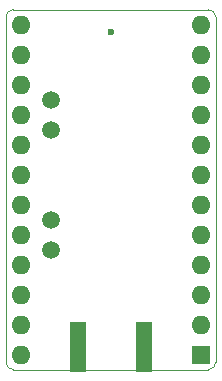
<source format=gbr>
%TF.GenerationSoftware,KiCad,Pcbnew,5.1.5+dfsg1-2~bpo10+1*%
%TF.CreationDate,Date%
%TF.ProjectId,ProMicro_GPS,50726f4d-6963-4726-9f5f-4750532e6b69,v3.1*%
%TF.SameCoordinates,Original*%
%TF.FileFunction,Soldermask,Bot*%
%TF.FilePolarity,Negative*%
%FSLAX45Y45*%
G04 Gerber Fmt 4.5, Leading zero omitted, Abs format (unit mm)*
G04 Created by KiCad*
%MOMM*%
%LPD*%
G04 APERTURE LIST*
%ADD10C,0.100000*%
%ADD11O,1.600000X1.600000*%
%ADD12R,1.600000X1.600000*%
%ADD13C,0.600000*%
%ADD14C,1.500000*%
%ADD15R,1.350000X4.200000*%
G04 APERTURE END LIST*
D10*
X127000Y2857500D02*
X127000Y-63500D01*
X-1587500Y-127000D02*
G75*
G02X-1651000Y-63500I0J63500D01*
G01*
X-1651000Y2857500D02*
G75*
G02X-1587500Y2921000I63500J0D01*
G01*
X63500Y2921000D02*
G75*
G02X127000Y2857500I0J-63500D01*
G01*
X127000Y-63500D02*
G75*
G02X63500Y-127000I-63500J0D01*
G01*
X-1587500Y2921000D02*
X63500Y2921000D01*
X-1651000Y-63500D02*
X-1651000Y2857500D01*
X63500Y-127000D02*
X-1587500Y-127000D01*
D11*
X-1524000Y0D03*
X-1524000Y254000D03*
X-1524000Y508000D03*
X0Y2794000D03*
X-1524000Y762000D03*
X0Y2540000D03*
X-1524000Y1016000D03*
X0Y2286000D03*
X-1524000Y1270000D03*
X0Y2032000D03*
X-1524000Y1524000D03*
X0Y1778000D03*
X-1524000Y1778000D03*
X0Y1524000D03*
X-1524000Y2032000D03*
X0Y1270000D03*
X-1524000Y2286000D03*
X0Y1016000D03*
X-1524000Y2540000D03*
X0Y762000D03*
X-1524000Y2794000D03*
X0Y508000D03*
X0Y254000D03*
D12*
X0Y0D03*
D13*
X-762000Y2730500D03*
D14*
X-1270000Y889000D03*
X-1270000Y1143000D03*
X-1270000Y1905000D03*
X-1270000Y2159000D03*
D15*
X-479500Y63500D03*
X-1044500Y63500D03*
M02*

</source>
